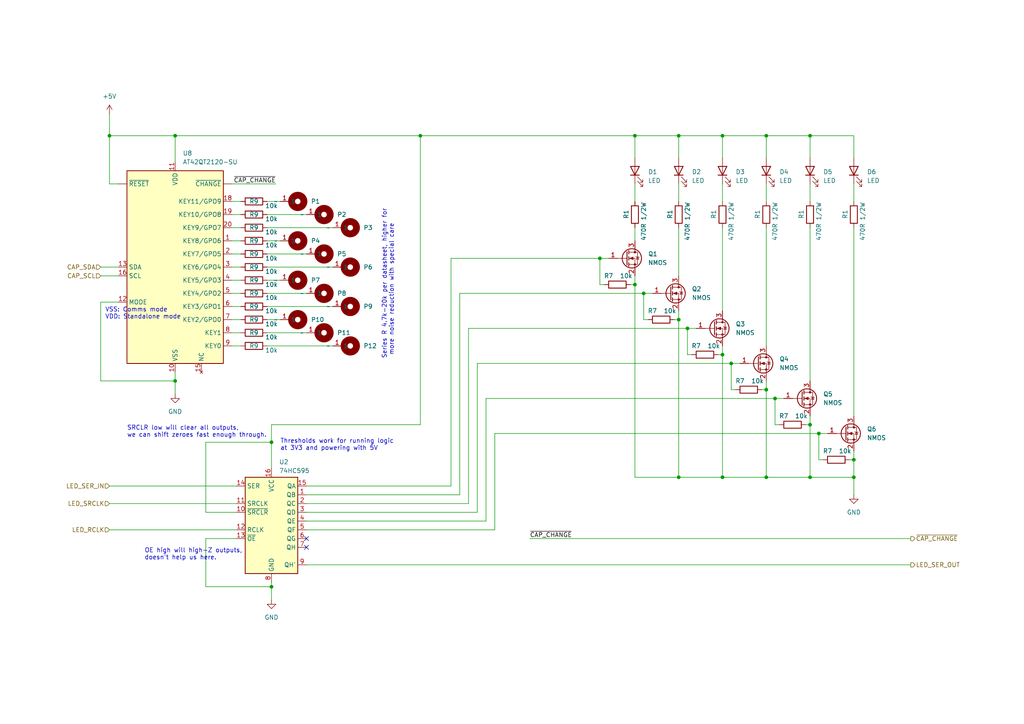
<source format=kicad_sch>
(kicad_sch (version 20230121) (generator eeschema)
  (paper "A4")
  (lib_symbols
    (symbol "74xx:74HC595"
      (property "Reference" "U" (at -7.62 13.97 0))
      (property "Value" "74HC595" (at -7.62 -16.51 0))
      (symbol "74HC595_1_0"
        (pin tri_state line (at 10.16 7.62 180) (length 2.54) (name "QB") (number "1"))
        (pin input line (at -10.16 2.54 0) (length 2.54) (name "~{SRCLR}") (number "10"))
        (pin input line (at -10.16 5.08 0) (length 2.54) (name "SRCLK") (number "11"))
        (pin input line (at -10.16 -2.54 0) (length 2.54) (name "RCLK") (number "12"))
        (pin input line (at -10.16 -5.08 0) (length 2.54) (name "~{OE}") (number "13"))
        (pin input line (at -10.16 10.16 0) (length 2.54) (name "SER") (number "14"))
        (pin tri_state line (at 10.16 10.16 180) (length 2.54) (name "QA") (number "15"))
        (pin power_in line (at 0 15.24 270) (length 2.54) (name "VCC") (number "16"))
        (pin tri_state line (at 10.16 5.08 180) (length 2.54) (name "QC") (number "2"))
        (pin tri_state line (at 10.16 2.54 180) (length 2.54) (name "QD") (number "3"))
        (pin tri_state line (at 10.16 0 180) (length 2.54) (name "QE") (number "4"))
        (pin tri_state line (at 10.16 -2.54 180) (length 2.54) (name "QF") (number "5"))
        (pin tri_state line (at 10.16 -5.08 180) (length 2.54) (name "QG") (number "6"))
        (pin tri_state line (at 10.16 -7.62 180) (length 2.54) (name "QH") (number "7"))
        (pin power_in line (at 0 -17.78 90) (length 2.54) (name "GND") (number "8"))
        (pin output line (at 10.16 -12.7 180) (length 2.54) (name "QH'") (number "9"))
      )
      (symbol "74HC595_1_1"
        (rectangle (start -7.62 12.7) (end 7.62 -15.24) (stroke (width 0.254)) (fill (type background)))
      )
    )
    (symbol "Device:LED" (pin_numbers hide) (pin_names (offset 1.016) hide)
      (property "Reference" "D" (at 0 2.54 0))
      (property "Value" "LED" (at 0 -2.54 0))
      (symbol "LED_0_1"
        (polyline (pts (xy -1.27 -1.27) (xy -1.27 1.27)) (stroke (width 0.254)))
        (polyline (pts (xy -1.27 0) (xy 1.27 0)))
        (polyline (pts (xy 1.27 -1.27) (xy 1.27 1.27) (xy -1.27 0) (xy 1.27 -1.27)) (stroke (width 0.254)))
        (polyline (pts (xy -3.048 -0.762) (xy -4.572 -2.286) (xy -3.81 -2.286) (xy -4.572 -2.286) (xy -4.572 -1.524)))
        (polyline (pts (xy -1.778 -0.762) (xy -3.302 -2.286) (xy -2.54 -2.286) (xy -3.302 -2.286) (xy -3.302 -1.524)))
      )
      (symbol "LED_1_1"
        (pin passive line (at -3.81 0 0) (length 2.54) (name "K") (number "1"))
        (pin passive line (at 3.81 0 180) (length 2.54) (name "A") (number "2"))
      )
    )
    (symbol "Device:Q_NMOS_GSD" (pin_names (offset 0) hide)
      (property "Reference" "Q" (at 5.08 1.27 0))
      (property "Value" "Q_NMOS_GSD" (at 5.08 -1.27 0))
      (symbol "Q_NMOS_GSD_0_1"
        (polyline (pts (xy 0.254 0) (xy -2.54 0)))
        (polyline (pts (xy 0.254 1.905) (xy 0.254 -1.905)) (stroke (width 0.254)))
        (polyline (pts (xy 0.762 -1.27) (xy 0.762 -2.286)) (stroke (width 0.254)))
        (polyline (pts (xy 0.762 0.508) (xy 0.762 -0.508)) (stroke (width 0.254)))
        (polyline (pts (xy 0.762 2.286) (xy 0.762 1.27)) (stroke (width 0.254)))
        (polyline (pts (xy 2.54 2.54) (xy 2.54 1.778)))
        (polyline (pts (xy 2.54 -2.54) (xy 2.54 0) (xy 0.762 0)))
        (polyline (pts (xy 0.762 -1.778) (xy 3.302 -1.778) (xy 3.302 1.778) (xy 0.762 1.778)))
        (polyline (pts (xy 1.016 0) (xy 2.032 0.381) (xy 2.032 -0.381) (xy 1.016 0)) (fill (type outline)))
        (polyline (pts (xy 2.794 0.508) (xy 2.921 0.381) (xy 3.683 0.381) (xy 3.81 0.254)))
        (polyline (pts (xy 3.302 0.381) (xy 2.921 -0.254) (xy 3.683 -0.254) (xy 3.302 0.381)))
        (circle (center 1.651 0) (radius 2.794) (stroke (width 0.254)))
        (circle (center 2.54 -1.778) (radius 0.254) (fill (type outline)))
        (circle (center 2.54 1.778) (radius 0.254) (fill (type outline)))
      )
      (symbol "Q_NMOS_GSD_1_1"
        (pin input line (at -5.08 0 0) (length 2.54) (name "G") (number "1"))
        (pin passive line (at 2.54 -5.08 90) (length 2.54) (name "S") (number "2"))
        (pin passive line (at 2.54 5.08 270) (length 2.54) (name "D") (number "3"))
      )
    )
    (symbol "Device:R" (pin_numbers hide) (pin_names (offset 0))
      (property "Reference" "R" (at 2.032 0 90))
      (property "Value" "R" (at 0 0 90))
      (symbol "R_0_1"
        (rectangle (start -1.016 -2.54) (end 1.016 2.54) (stroke (width 0.254)))
      )
      (symbol "R_1_1"
        (pin passive line (at 0 3.81 270) (length 1.27) (name "~") (number "1"))
        (pin passive line (at 0 -3.81 90) (length 1.27) (name "~") (number "2"))
      )
    )
    (symbol "Sensor_Touch:AT42QT2120-SU"
      (property "Reference" "U" (at 10.16 38.1 0))
      (property "Value" "AT42QT2120-SU" (at 15.24 -16.51 0))
      (symbol "AT42QT2120-SU_1_1"
        (rectangle (start 13.97 40.64) (end 41.91 -15.24) (stroke (width 0.254)) (fill (type background)))
        (pin output line (at 44.45 36.83 180) (length 2.54) (name "~{CHANGE}") (number ""))
        (pin input line (at 11.43 36.83 0) (length 2.54) (name "~{RESET}") (number ""))
        (pin bidirectional line (at 44.45 20.32 180) (length 2.54) (name "KEY8/GPO6") (number "1"))
        (pin power_in line (at 27.94 -17.78 90) (length 2.54) (name "VSS") (number "10"))
        (pin power_in line (at 27.94 43.18 270) (length 2.54) (name "VDD") (number "11"))
        (pin input line (at 11.43 2.54 0) (length 2.54) (name "MODE") (number "12"))
        (pin bidirectional line (at 11.43 12.7 0) (length 2.54) (name "SDA") (number "13"))
        (pin no_connect line (at 35.56 -17.78 90) (length 2.54) (name "NC") (number "15"))
        (pin bidirectional line (at 11.43 10.16 0) (length 2.54) (name "SCL") (number "16"))
        (pin bidirectional line (at 44.45 31.75 180) (length 2.54) (name "KEY11/GPO9") (number "18"))
        (pin bidirectional line (at 44.45 27.94 180) (length 2.54) (name "KEY10/GPO8") (number "19"))
        (pin bidirectional line (at 44.45 16.51 180) (length 2.54) (name "KEY7/GPO5") (number "2"))
        (pin bidirectional line (at 44.45 24.13 180) (length 2.54) (name "KEY9/GPO7") (number "20"))
        (pin bidirectional line (at 44.45 12.7 180) (length 2.54) (name "KEY6/GPO4") (number "3"))
        (pin bidirectional line (at 44.45 8.89 180) (length 2.54) (name "KEY5/GPO3") (number "4"))
        (pin bidirectional line (at 44.45 5.08 180) (length 2.54) (name "KEY4/GPO2") (number "5"))
        (pin bidirectional line (at 44.45 1.27 180) (length 2.54) (name "KEY3/GPO1") (number "6"))
        (pin bidirectional line (at 44.45 -2.54 180) (length 2.54) (name "KEY2/GPO0") (number "7"))
        (pin bidirectional line (at 44.45 -6.35 180) (length 2.54) (name "KEY1") (number "8"))
        (pin bidirectional line (at 44.45 -10.16 180) (length 2.54) (name "KEY0") (number "9"))
      )
    )
    (symbol "Sensor_Touch:Single_LED_Touch_Key"
      (property "Reference" "P" (at 2.54 3.81 0))
      (symbol "Single_LED_Touch_Key_1_1"
        (circle (center 0 0) (radius 1.7961) (stroke (width 2)))
        (pin bidirectional line (at -5.08 0 0) (length 2.54) (name "1") (number "1"))
      )
    )
    (symbol "power:+5V" (power) (pin_names (offset 0))
      (property "Value" "+5V" (at 0 3.556 0))
      (symbol "+5V_0_1"
        (polyline (pts (xy -0.762 1.27) (xy 0 2.54)))
        (polyline (pts (xy 0 0) (xy 0 2.54)))
        (polyline (pts (xy 0 2.54) (xy 0.762 1.27)))
      )
      (symbol "+5V_1_1"
        (pin power_in line (at 0 0 90) (length 0) hide (name "+5V") (number "1"))
      )
    )
    (symbol "power:GND" (power) (pin_names (offset 0))
      (property "Value" "GND" (at 0 -3.81 0))
      (symbol "GND_0_1"
        (polyline (pts (xy 0 0) (xy 0 -1.27) (xy 1.27 -1.27) (xy 0 -2.54) (xy -1.27 -1.27) (xy 0 -1.27)))
      )
      (symbol "GND_1_1"
        (pin power_in line (at 0 0 270) (length 0) hide (name "GND") (number "1"))
      )
    )
  )
  (junction (at 234.95 138.43))
  (junction (at 196.85 92.71))
  (junction (at 50.8 110.49))
  (junction (at 31.75 39.37))
  (junction (at 209.55 39.37))
  (junction (at 209.55 138.43))
  (junction (at 78.74 128.27))
  (junction (at 50.8 39.37))
  (junction (at 196.85 39.37))
  (junction (at 78.74 170.18))
  (junction (at 186.69 85.09))
  (junction (at 196.85 138.43))
  (junction (at 212.09 105.41))
  (junction (at 222.25 138.43))
  (junction (at 173.99 74.93))
  (junction (at 224.79 115.57))
  (junction (at 184.15 39.37))
  (junction (at 234.95 123.19))
  (junction (at 237.49 125.73))
  (junction (at 222.25 39.37))
  (junction (at 222.25 113.03))
  (junction (at 184.15 82.55))
  (junction (at 199.39 95.25))
  (junction (at 247.65 133.35))
  (junction (at 121.92 39.37))
  (junction (at 234.95 39.37))
  (junction (at 247.65 138.43))
  (junction (at 209.55 102.87))
  (no_connect (at 88.9 158.75))
  (no_connect (at 88.9 156.21))
  (wire (pts (xy 67.31 69.85) (xy 69.85 69.85)))
  (wire (pts (xy 212.09 105.41) (xy 214.63 105.41)))
  (wire (pts (xy 67.31 66.04) (xy 69.85 66.04)))
  (wire (pts (xy 130.81 140.97) (xy 130.81 74.93)))
  (wire (pts (xy 31.75 53.34) (xy 31.75 39.37)))
  (wire (pts (xy 234.95 53.34) (xy 234.95 58.42)))
  (wire (pts (xy 184.15 66.04) (xy 184.15 69.85)))
  (wire (pts (xy 77.47 69.85) (xy 81.28 69.85)))
  (wire (pts (xy 209.55 39.37) (xy 209.55 45.72)))
  (wire (pts (xy 222.25 53.34) (xy 222.25 58.42)))
  (wire (pts (xy 209.55 39.37) (xy 222.25 39.37)))
  (wire (pts (xy 59.69 148.59) (xy 59.69 128.27)))
  (wire (pts (xy 77.47 62.23) (xy 88.9 62.23)))
  (wire (pts (xy 29.21 87.63) (xy 29.21 110.49)))
  (wire (pts (xy 34.29 87.63) (xy 29.21 87.63)))
  (wire (pts (xy 143.51 153.67) (xy 88.9 153.67)))
  (wire (pts (xy 59.69 128.27) (xy 78.74 128.27)))
  (wire (pts (xy 50.8 110.49) (xy 50.8 114.3)))
  (wire (pts (xy 238.76 133.35) (xy 237.49 133.35)))
  (wire (pts (xy 247.65 130.81) (xy 247.65 133.35)))
  (wire (pts (xy 200.66 102.87) (xy 199.39 102.87)))
  (wire (pts (xy 77.47 100.33) (xy 96.52 100.33)))
  (wire (pts (xy 88.9 151.13) (xy 140.97 151.13)))
  (wire (pts (xy 209.55 66.04) (xy 209.55 90.17)))
  (wire (pts (xy 138.43 105.41) (xy 212.09 105.41)))
  (wire (pts (xy 140.97 115.57) (xy 224.79 115.57)))
  (wire (pts (xy 234.95 120.65) (xy 234.95 123.19)))
  (wire (pts (xy 196.85 39.37) (xy 209.55 39.37)))
  (wire (pts (xy 224.79 115.57) (xy 227.33 115.57)))
  (wire (pts (xy 140.97 151.13) (xy 140.97 115.57)))
  (wire (pts (xy 77.47 77.47) (xy 96.52 77.47)))
  (wire (pts (xy 50.8 107.95) (xy 50.8 110.49)))
  (wire (pts (xy 195.58 92.71) (xy 196.85 92.71)))
  (wire (pts (xy 67.31 53.34) (xy 80.01 53.34)))
  (wire (pts (xy 77.47 66.04) (xy 96.52 66.04)))
  (wire (pts (xy 184.15 53.34) (xy 184.15 58.42)))
  (wire (pts (xy 222.25 113.03) (xy 222.25 138.43)))
  (wire (pts (xy 184.15 138.43) (xy 196.85 138.43)))
  (wire (pts (xy 173.99 82.55) (xy 173.99 74.93)))
  (wire (pts (xy 208.28 102.87) (xy 209.55 102.87)))
  (wire (pts (xy 77.47 81.28) (xy 81.28 81.28)))
  (wire (pts (xy 182.88 82.55) (xy 184.15 82.55)))
  (wire (pts (xy 247.65 133.35) (xy 247.65 138.43)))
  (wire (pts (xy 209.55 100.33) (xy 209.55 102.87)))
  (wire (pts (xy 184.15 39.37) (xy 184.15 45.72)))
  (wire (pts (xy 246.38 133.35) (xy 247.65 133.35)))
  (wire (pts (xy 67.31 100.33) (xy 69.85 100.33)))
  (wire (pts (xy 175.26 82.55) (xy 173.99 82.55)))
  (wire (pts (xy 68.58 156.21) (xy 59.69 156.21)))
  (wire (pts (xy 199.39 102.87) (xy 199.39 95.25)))
  (wire (pts (xy 153.67 156.21) (xy 264.16 156.21)))
  (wire (pts (xy 196.85 66.04) (xy 196.85 80.01)))
  (wire (pts (xy 184.15 82.55) (xy 184.15 138.43)))
  (wire (pts (xy 224.79 123.19) (xy 224.79 115.57)))
  (wire (pts (xy 234.95 39.37) (xy 234.95 45.72)))
  (wire (pts (xy 67.31 96.52) (xy 69.85 96.52)))
  (wire (pts (xy 138.43 148.59) (xy 88.9 148.59)))
  (wire (pts (xy 50.8 39.37) (xy 121.92 39.37)))
  (wire (pts (xy 247.65 66.04) (xy 247.65 120.65)))
  (wire (pts (xy 184.15 80.01) (xy 184.15 82.55)))
  (wire (pts (xy 67.31 81.28) (xy 69.85 81.28)))
  (wire (pts (xy 67.31 77.47) (xy 69.85 77.47)))
  (wire (pts (xy 233.68 123.19) (xy 234.95 123.19)))
  (wire (pts (xy 121.92 39.37) (xy 184.15 39.37)))
  (wire (pts (xy 31.75 153.67) (xy 68.58 153.67)))
  (wire (pts (xy 77.47 88.9) (xy 96.52 88.9)))
  (wire (pts (xy 78.74 123.19) (xy 78.74 128.27)))
  (wire (pts (xy 237.49 133.35) (xy 237.49 125.73)))
  (wire (pts (xy 234.95 39.37) (xy 247.65 39.37)))
  (wire (pts (xy 77.47 58.42) (xy 81.28 58.42)))
  (wire (pts (xy 34.29 53.34) (xy 31.75 53.34)))
  (wire (pts (xy 196.85 92.71) (xy 196.85 138.43)))
  (wire (pts (xy 135.89 146.05) (xy 135.89 95.25)))
  (wire (pts (xy 78.74 170.18) (xy 78.74 173.99)))
  (wire (pts (xy 77.47 85.09) (xy 88.9 85.09)))
  (wire (pts (xy 186.69 85.09) (xy 189.23 85.09)))
  (wire (pts (xy 121.92 123.19) (xy 78.74 123.19)))
  (wire (pts (xy 88.9 163.83) (xy 264.16 163.83)))
  (wire (pts (xy 209.55 53.34) (xy 209.55 58.42)))
  (wire (pts (xy 234.95 123.19) (xy 234.95 138.43)))
  (wire (pts (xy 173.99 74.93) (xy 176.53 74.93)))
  (wire (pts (xy 133.35 85.09) (xy 133.35 143.51)))
  (wire (pts (xy 199.39 95.25) (xy 201.93 95.25)))
  (wire (pts (xy 67.31 62.23) (xy 69.85 62.23)))
  (wire (pts (xy 209.55 102.87) (xy 209.55 138.43)))
  (wire (pts (xy 226.06 123.19) (xy 224.79 123.19)))
  (wire (pts (xy 222.25 39.37) (xy 234.95 39.37)))
  (wire (pts (xy 135.89 95.25) (xy 199.39 95.25)))
  (wire (pts (xy 67.31 88.9) (xy 69.85 88.9)))
  (wire (pts (xy 67.31 73.66) (xy 69.85 73.66)))
  (wire (pts (xy 186.69 92.71) (xy 186.69 85.09)))
  (wire (pts (xy 220.98 113.03) (xy 222.25 113.03)))
  (wire (pts (xy 130.81 74.93) (xy 173.99 74.93)))
  (wire (pts (xy 67.31 85.09) (xy 69.85 85.09)))
  (wire (pts (xy 77.47 92.71) (xy 81.28 92.71)))
  (wire (pts (xy 196.85 39.37) (xy 196.85 45.72)))
  (wire (pts (xy 222.25 110.49) (xy 222.25 113.03)))
  (wire (pts (xy 184.15 39.37) (xy 196.85 39.37)))
  (wire (pts (xy 88.9 146.05) (xy 135.89 146.05)))
  (wire (pts (xy 31.75 140.97) (xy 68.58 140.97)))
  (wire (pts (xy 196.85 138.43) (xy 209.55 138.43)))
  (wire (pts (xy 29.21 80.01) (xy 34.29 80.01)))
  (wire (pts (xy 31.75 33.02) (xy 31.75 39.37)))
  (wire (pts (xy 138.43 105.41) (xy 138.43 148.59)))
  (wire (pts (xy 222.25 39.37) (xy 222.25 45.72)))
  (wire (pts (xy 247.65 143.51) (xy 247.65 138.43)))
  (wire (pts (xy 29.21 77.47) (xy 34.29 77.47)))
  (wire (pts (xy 196.85 90.17) (xy 196.85 92.71)))
  (wire (pts (xy 78.74 168.91) (xy 78.74 170.18)))
  (wire (pts (xy 59.69 156.21) (xy 59.69 170.18)))
  (wire (pts (xy 234.95 66.04) (xy 234.95 110.49)))
  (wire (pts (xy 133.35 143.51) (xy 88.9 143.51)))
  (wire (pts (xy 133.35 85.09) (xy 186.69 85.09)))
  (wire (pts (xy 196.85 53.34) (xy 196.85 58.42)))
  (wire (pts (xy 31.75 146.05) (xy 68.58 146.05)))
  (wire (pts (xy 29.21 110.49) (xy 50.8 110.49)))
  (wire (pts (xy 247.65 39.37) (xy 247.65 45.72)))
  (wire (pts (xy 143.51 125.73) (xy 237.49 125.73)))
  (wire (pts (xy 59.69 170.18) (xy 78.74 170.18)))
  (wire (pts (xy 77.47 96.52) (xy 88.9 96.52)))
  (wire (pts (xy 143.51 125.73) (xy 143.51 153.67)))
  (wire (pts (xy 67.31 58.42) (xy 69.85 58.42)))
  (wire (pts (xy 222.25 138.43) (xy 234.95 138.43)))
  (wire (pts (xy 68.58 148.59) (xy 59.69 148.59)))
  (wire (pts (xy 31.75 39.37) (xy 50.8 39.37)))
  (wire (pts (xy 121.92 39.37) (xy 121.92 123.19)))
  (wire (pts (xy 213.36 113.03) (xy 212.09 113.03)))
  (wire (pts (xy 78.74 128.27) (xy 78.74 135.89)))
  (wire (pts (xy 212.09 113.03) (xy 212.09 105.41)))
  (wire (pts (xy 77.47 73.66) (xy 88.9 73.66)))
  (wire (pts (xy 88.9 140.97) (xy 130.81 140.97)))
  (wire (pts (xy 187.96 92.71) (xy 186.69 92.71)))
  (wire (pts (xy 222.25 66.04) (xy 222.25 100.33)))
  (wire (pts (xy 50.8 46.99) (xy 50.8 39.37)))
  (wire (pts (xy 209.55 138.43) (xy 222.25 138.43)))
  (wire (pts (xy 247.65 53.34) (xy 247.65 58.42)))
  (wire (pts (xy 67.31 92.71) (xy 69.85 92.71)))
  (wire (pts (xy 234.95 138.43) (xy 247.65 138.43)))
  (wire (pts (xy 237.49 125.73) (xy 240.03 125.73)))
  (text "SRCLR low will clear all outputs,\nwe can shift zeroes fast enough through." (at 36.83 127 0) (effects (font (size 1.27 1.27)) (justify left bottom)))
  (text "OE high will high-Z outputs,\ndoesn't help us here." (at 41.91 162.56 0) (effects (font (size 1.27 1.27)) (justify left bottom)))
  (text "Thresholds work for running logic\nat 3V3 and powering with 5V" (at 81.28 130.81 0) (effects (font (size 1.27 1.27)) (justify left bottom)))
  (text "Series R 4.7k-20k per datasheet, higher for\n more noise reduction with special care" (at 114.3 104.14 90) (effects (font (size 1.27 1.27)) (justify left bottom)))
  (text "VSS: Comms mode\nVDD: Standalone mode" (at 30.48 92.71 0) (effects (font (size 1.27 1.27)) (justify left bottom)))
  (label "~{CAP_CHANGE}" (at 153.67 156.21 0))
  (label "~{CAP_CHANGE}" (at 80.01 53.34 180))
  (hierarchical_label "CAP_SCL" (shape input) (at 29.21 80.01 180))
  (hierarchical_label "CAP_SDA" (shape input) (at 29.21 77.47 180))
  (hierarchical_label "LED_SER_IN" (shape input) (at 31.75 140.97 180))
  (hierarchical_label "LED_RCLK" (shape input) (at 31.75 153.67 180))
  (hierarchical_label "LED_SER_OUT" (shape output) (at 264.16 163.83 0))
  (hierarchical_label "LED_SRCLK" (shape input) (at 31.75 146.05 180))
  (hierarchical_label "~{CAP_CHANGE}" (shape output) (at 264.16 156.21 0))
  (symbol (lib_id "Device:R") (at 247.65 62.23 0) (unit 1)
    (property "Reference" "R1" (at 245.11 63.5 90) (effects (justify left)))
    (property "Value" "470R 1/2W" (at 250.19 69.85 90) (effects (justify left)))
    (property "Footprint" "Resistor_SMD:R_1206_3216Metric" (effects hide))
    (property "MPN" "ERJ-P08J471V" (effects hide))
    (property "Link" "https://www.digikey.de/en/products/detail/panasonic-electronic-components/ERJ-P08J471V/525396" (effects hide))
    (instances (project "button-board" (path "" (reference "R1") (unit 1)) (path "" (reference "R21") (unit 1)) (path "" (reference "R41") (unit 1)) (path "" (reference "R3") (unit 1))))
  )
  (symbol (lib_id "Device:Q_NMOS_GSD") (at 207.01 95.25 0) (unit 1)
    (property "Reference" "Q3" (at 213.36 93.98 0) (effects (justify left)))
    (property "Value" "NMOS" (at 213.36 96.52 0) (effects (justify left)))
    (property "Footprint" "Package_TO_SOT_SMD:TSOT-23" (effects hide))
    (property "Link" "https://www.digikey.de/en/products/detail/anbon-semiconductor-int-l-limited/AS2302/16708469" (effects hide))
    (property "MPN" "AS2302" (effects hide))
    (instances (project "button-board" (path "" (reference "Q3") (unit 1)) (path "" (reference "Q3") (unit 1)) (path "" (reference "Q9") (unit 1)) (path "" (reference "Q15") (unit 1))))
  )
  (symbol (lib_id "Device:LED") (at 184.15 49.53 90) (unit 1)
    (property "Reference" "D1" (at 187.96 49.8475 90) (effects (justify right)))
    (property "Value" "LED" (at 187.96 52.3875 90) (effects (justify right)))
    (property "Footprint" "LED_SMD:LED_SunLED_XZ_Reverse_Mount" (effects hide))
    (instances (project "button-board" (path "" (reference "D1") (unit 1)) (path "" (reference "D1") (unit 1)) (path "" (reference "D7") (unit 1)) (path "" (reference "D13") (unit 1))))
  )
  (symbol (lib_id "Device:R") (at 184.15 62.23 0) (unit 1)
    (property "Reference" "R1" (at 181.61 63.5 90) (effects (justify left)))
    (property "Value" "470R 1/2W" (at 186.69 69.85 90) (effects (justify left)))
    (property "Footprint" "Resistor_SMD:R_1206_3216Metric" (effects hide))
    (property "MPN" "ERJ-P08J471V" (effects hide))
    (property "Link" "https://www.digikey.de/en/products/detail/panasonic-electronic-components/ERJ-P08J471V/525396" (effects hide))
    (instances (project "button-board" (path "" (reference "R1") (unit 1)) (path "" (reference "R21") (unit 1)) (path "" (reference "R36") (unit 1)) (path "" (reference "R3") (unit 1))))
  )
  (symbol (lib_id "Sensor_Touch:Single_LED_Touch_Key") (at 86.36 81.28 0) (unit 1)
    (property "Reference" "P7" (at 90.17 81.28 0) (effects (justify left)))
    (property "Value" "~" (at 80.01 81.28 0))
    (property "Footprint" "Button_Switch_SMD:Cap_Touch_Ring_Large" (effects hide))
    (instances (project "button-board" (path "" (reference "P7") (unit 1)) (path "" (reference "P19") (unit 1)) (path "" (reference "P31") (unit 1))))
  )
  (symbol (lib_id "Device:R") (at 73.66 62.23 90) (unit 1)
    (property "Reference" "R9" (at 73.66 62.23 90))
    (property "Value" "10k" (at 78.74 63.5 90))
    (property "Footprint" "Resistor_SMD:R_0603_1608Metric" (effects hide))
    (instances (project "button-board" (path "" (reference "R9") (unit 1)) (path "" (reference "R101") (unit 1)) (path "" (reference "R6") (unit 1)) (path "" (reference "R33") (unit 1))))
  )
  (symbol (lib_id "Device:R") (at 204.47 102.87 90) (unit 1)
    (property "Reference" "R7" (at 201.93 100.33 90))
    (property "Value" "10k" (at 207.01 100.33 90))
    (property "Footprint" "Resistor_SMD:R_0603_1608Metric" (effects hide))
    (instances (project "button-board" (path "" (reference "R7") (unit 1)) (path "" (reference "R19") (unit 1)) (path "" (reference "R24") (unit 1)) (path "" (reference "R56") (unit 1))))
  )
  (symbol (lib_id "Device:R") (at 73.66 66.04 90) (unit 1)
    (property "Reference" "R9" (at 73.66 66.04 90))
    (property "Value" "10k" (at 78.74 67.31 90))
    (property "Footprint" "Resistor_SMD:R_0603_1608Metric" (effects hide))
    (instances (project "button-board" (path "" (reference "R9") (unit 1)) (path "" (reference "R119") (unit 1)) (path "" (reference "R7") (unit 1)) (path "" (reference "R42") (unit 1))))
  )
  (symbol (lib_id "Sensor_Touch:Single_LED_Touch_Key") (at 93.98 62.23 0) (unit 1)
    (property "Reference" "P2" (at 97.79 62.23 0) (effects (justify left)))
    (property "Value" "~" (at 87.63 62.23 0))
    (property "Footprint" "Button_Switch_SMD:Cap_Touch_Ring_Large" (effects hide))
    (instances (project "button-board" (path "" (reference "P2") (unit 1)) (path "" (reference "P14") (unit 1)) (path "" (reference "P26") (unit 1))))
  )
  (symbol (lib_id "Sensor_Touch:Single_LED_Touch_Key") (at 93.98 96.52 0) (unit 1)
    (property "Reference" "P11" (at 97.79 96.52 0) (effects (justify left)))
    (property "Value" "~" (at 87.63 96.52 0))
    (property "Footprint" "Button_Switch_SMD:Cap_Touch_Ring_Large" (effects hide))
    (instances (project "button-board" (path "" (reference "P11") (unit 1)) (path "" (reference "P23") (unit 1)) (path "" (reference "P35") (unit 1))))
  )
  (symbol (lib_id "Device:R") (at 73.66 58.42 90) (unit 1)
    (property "Reference" "R9" (at 73.66 58.42 90))
    (property "Value" "10k" (at 78.74 59.69 90))
    (property "Footprint" "Resistor_SMD:R_0603_1608Metric" (effects hide))
    (instances (project "button-board" (path "" (reference "R9") (unit 1)) (path "" (reference "R73") (unit 1)) (path "" (reference "R5") (unit 1)) (path "" (reference "R32") (unit 1))))
  )
  (symbol (lib_id "Sensor_Touch:Single_LED_Touch_Key") (at 101.6 66.04 0) (unit 1)
    (property "Reference" "P3" (at 105.41 66.04 0) (effects (justify left)))
    (property "Value" "~" (at 95.25 66.04 0))
    (property "Footprint" "Button_Switch_SMD:Cap_Touch_Ring_Large" (effects hide))
    (instances (project "button-board" (path "" (reference "P3") (unit 1)) (path "" (reference "P15") (unit 1)) (path "" (reference "P27") (unit 1))))
  )
  (symbol (lib_id "Sensor_Touch:Single_LED_Touch_Key") (at 101.6 88.9 0) (unit 1)
    (property "Reference" "P9" (at 105.41 88.9 0) (effects (justify left)))
    (property "Value" "~" (at 95.25 88.9 0))
    (property "Footprint" "Button_Switch_SMD:Cap_Touch_Ring_Large" (effects hide))
    (instances (project "button-board" (path "" (reference "P9") (unit 1)) (path "" (reference "P21") (unit 1)) (path "" (reference "P33") (unit 1))))
  )
  (symbol (lib_id "Device:R") (at 73.66 88.9 90) (unit 1)
    (property "Reference" "R9" (at 73.66 88.9 90))
    (property "Value" "10k" (at 78.74 90.17 90))
    (property "Footprint" "Resistor_SMD:R_0603_1608Metric" (effects hide))
    (instances (project "button-board" (path "" (reference "R9") (unit 1)) (path "" (reference "R133") (unit 1)) (path "" (reference "R14") (unit 1)) (path "" (reference "R51") (unit 1))))
  )
  (symbol (lib_id "Sensor_Touch:Single_LED_Touch_Key") (at 86.36 92.71 0) (unit 1)
    (property "Reference" "P10" (at 90.17 92.71 0) (effects (justify left)))
    (property "Value" "~" (at 80.01 92.71 0))
    (property "Footprint" "Button_Switch_SMD:Cap_Touch_Ring_Large" (effects hide))
    (instances (project "button-board" (path "" (reference "P10") (unit 1)) (path "" (reference "P22") (unit 1)) (path "" (reference "P34") (unit 1))))
  )
  (symbol (lib_id "Sensor_Touch:Single_LED_Touch_Key") (at 86.36 58.42 0) (unit 1)
    (property "Reference" "P1" (at 90.17 58.42 0) (effects (justify left)))
    (property "Value" "~" (at 80.01 58.42 0))
    (property "Footprint" "Button_Switch_SMD:Cap_Touch_Ring_Large" (effects hide))
    (instances (project "button-board" (path "" (reference "P1") (unit 1)) (path "" (reference "P13") (unit 1)) (path "" (reference "P25") (unit 1))))
  )
  (symbol (lib_id "Sensor_Touch:AT42QT2120-SU") (at 22.86 90.17 0) (unit 1)
    (property "Reference" "U8" (at 52.9941 44.45 0) (effects (justify left)))
    (property "Value" "AT42QT2120-SU" (at 52.9941 46.99 0) (effects (justify left)))
    (property "Footprint" "Package_SO:TSSOP-20_4.4x6.5mm_P0.65mm" (effects hide))
    (instances (project "button-board" (path "" (reference "U8") (unit 1)) (path "" (reference "U2") (unit 1)) (path "" (reference "U3") (unit 1)) (path "" (reference "U5") (unit 1))))
  )
  (symbol (lib_id "Device:R") (at 222.25 62.23 0) (unit 1)
    (property "Reference" "R1" (at 219.71 63.5 90) (effects (justify left)))
    (property "Value" "470R 1/2W" (at 224.79 69.85 90) (effects (justify left)))
    (property "Footprint" "Resistor_SMD:R_1206_3216Metric" (effects hide))
    (property "MPN" "ERJ-P08J471V" (effects hide))
    (property "Link" "https://www.digikey.de/en/products/detail/panasonic-electronic-components/ERJ-P08J471V/525396" (effects hide))
    (instances (project "button-board" (path "" (reference "R1") (unit 1)) (path "" (reference "R21") (unit 1)) (path "" (reference "R39") (unit 1)) (path "" (reference "R3") (unit 1))))
  )
  (symbol (lib_id "Device:Q_NMOS_GSD") (at 232.41 115.57 0) (unit 1)
    (property "Reference" "Q5" (at 238.76 114.3 0) (effects (justify left)))
    (property "Value" "NMOS" (at 238.76 116.84 0) (effects (justify left)))
    (property "Footprint" "Package_TO_SOT_SMD:TSOT-23" (effects hide))
    (property "Link" "https://www.digikey.de/en/products/detail/anbon-semiconductor-int-l-limited/AS2302/16708469" (effects hide))
    (property "MPN" "AS2302" (effects hide))
    (instances (project "button-board" (path "" (reference "Q5") (unit 1)) (path "" (reference "Q5") (unit 1)) (path "" (reference "Q11") (unit 1)) (path "" (reference "Q17") (unit 1))))
  )
  (symbol (lib_id "Device:R") (at 73.66 73.66 90) (unit 1)
    (property "Reference" "R9" (at 73.66 73.66 90))
    (property "Value" "10k" (at 78.74 74.93 90))
    (property "Footprint" "Resistor_SMD:R_0603_1608Metric" (effects hide))
    (instances (project "button-board" (path "" (reference "R9") (unit 1)) (path "" (reference "R108") (unit 1)) (path "" (reference "R9") (unit 1)) (path "" (reference "R44") (unit 1))))
  )
  (symbol (lib_id "power:+5V") (at 31.75 33.02 0) (unit 1)
    (property "Reference" "#PWR03" (effects hide))
    (property "Value" "+5V" (at 31.75 27.94 0))
    (instances (project "button-board" (path "" (reference "#PWR03") (unit 1)) (path "" (reference "#PWR03") (unit 1)) (path "" (reference "#PWR06") (unit 1)) (path "" (reference "#PWR010") (unit 1))))
  )
  (symbol (lib_id "Device:R") (at 73.66 81.28 90) (unit 1)
    (property "Reference" "R9" (at 73.66 81.28 90))
    (property "Value" "10k" (at 78.74 82.55 90))
    (property "Footprint" "Resistor_SMD:R_0603_1608Metric" (effects hide))
    (instances (project "button-board" (path "" (reference "R9") (unit 1)) (path "" (reference "R131") (unit 1)) (path "" (reference "R11") (unit 1)) (path "" (reference "R46") (unit 1))))
  )
  (symbol (lib_id "power:GND") (at 78.74 173.99 0) (unit 1)
    (property "Reference" "#PWR021" (effects hide))
    (property "Value" "GND" (at 78.74 179.07 0))
    (instances (project "button-board" (path "" (reference "#PWR021") (unit 1)) (path "" (reference "#PWR08") (unit 1)) (path "" (reference "#PWR013") (unit 1))))
  )
  (symbol (lib_id "power:GND") (at 50.8 114.3 0) (unit 1)
    (property "Reference" "#PWR015" (effects hide))
    (property "Value" "GND" (at 50.8 119.38 0))
    (instances (project "button-board" (path "" (reference "#PWR015") (unit 1)) (path "" (reference "#PWR07") (unit 1)) (path "" (reference "#PWR011") (unit 1))))
  )
  (symbol (lib_id "Device:R") (at 242.57 133.35 90) (unit 1)
    (property "Reference" "R7" (at 240.03 130.81 90))
    (property "Value" "10k" (at 245.11 130.81 90))
    (property "Footprint" "Resistor_SMD:R_0603_1608Metric" (effects hide))
    (instances (project "button-board" (path "" (reference "R7") (unit 1)) (path "" (reference "R64") (unit 1)) (path "" (reference "R30") (unit 1)) (path "" (reference "R59") (unit 1))))
  )
  (symbol (lib_id "Device:Q_NMOS_GSD") (at 181.61 74.93 0) (unit 1)
    (property "Reference" "Q1" (at 187.96 73.66 0) (effects (justify left)))
    (property "Value" "NMOS" (at 187.96 76.2 0) (effects (justify left)))
    (property "Footprint" "Package_TO_SOT_SMD:TSOT-23" (effects hide))
    (property "Link" "https://www.digikey.de/en/products/detail/anbon-semiconductor-int-l-limited/AS2302/16708469" (effects hide))
    (property "MPN" "AS2302" (effects hide))
    (instances (project "button-board" (path "" (reference "Q1") (unit 1)) (path "" (reference "Q1") (unit 1)) (path "" (reference "Q7") (unit 1)) (path "" (reference "Q13") (unit 1))))
  )
  (symbol (lib_id "Device:Q_NMOS_GSD") (at 245.11 125.73 0) (unit 1)
    (property "Reference" "Q6" (at 251.46 124.46 0) (effects (justify left)))
    (property "Value" "NMOS" (at 251.46 127 0) (effects (justify left)))
    (property "Footprint" "Package_TO_SOT_SMD:TSOT-23" (effects hide))
    (property "Link" "https://www.digikey.de/en/products/detail/anbon-semiconductor-int-l-limited/AS2302/16708469" (effects hide))
    (property "MPN" "AS2302" (effects hide))
    (instances (project "button-board" (path "" (reference "Q6") (unit 1)) (path "" (reference "Q6") (unit 1)) (path "" (reference "Q12") (unit 1)) (path "" (reference "Q18") (unit 1))))
  )
  (symbol (lib_id "Device:Q_NMOS_GSD") (at 219.71 105.41 0) (unit 1)
    (property "Reference" "Q4" (at 226.06 104.14 0) (effects (justify left)))
    (property "Value" "NMOS" (at 226.06 106.68 0) (effects (justify left)))
    (property "Footprint" "Package_TO_SOT_SMD:TSOT-23" (effects hide))
    (property "Link" "https://www.digikey.de/en/products/detail/anbon-semiconductor-int-l-limited/AS2302/16708469" (effects hide))
    (property "MPN" "AS2302" (effects hide))
    (instances (project "button-board" (path "" (reference "Q4") (unit 1)) (path "" (reference "Q4") (unit 1)) (path "" (reference "Q10") (unit 1)) (path "" (reference "Q16") (unit 1))))
  )
  (symbol (lib_id "Device:R") (at 209.55 62.23 0) (unit 1)
    (property "Reference" "R1" (at 207.01 63.5 90) (effects (justify left)))
    (property "Value" "470R 1/2W" (at 212.09 69.85 90) (effects (justify left)))
    (property "Footprint" "Resistor_SMD:R_1206_3216Metric" (effects hide))
    (property "MPN" "ERJ-P08J471V" (effects hide))
    (property "Link" "https://www.digikey.de/en/products/detail/panasonic-electronic-components/ERJ-P08J471V/525396" (effects hide))
    (instances (project "button-board" (path "" (reference "R1") (unit 1)) (path "" (reference "R21") (unit 1)) (path "" (reference "R38") (unit 1)) (path "" (reference "R3") (unit 1))))
  )
  (symbol (lib_id "Sensor_Touch:Single_LED_Touch_Key") (at 101.6 100.33 0) (unit 1)
    (property "Reference" "P12" (at 105.41 100.33 0) (effects (justify left)))
    (property "Value" "~" (at 95.25 100.33 0))
    (property "Footprint" "Button_Switch_SMD:Cap_Touch_Ring_Large" (effects hide))
    (instances (project "button-board" (path "" (reference "P12") (unit 1)) (path "" (reference "P24") (unit 1)) (path "" (reference "P36") (unit 1))))
  )
  (symbol (lib_id "Device:R") (at 73.66 92.71 90) (unit 1)
    (property "Reference" "R9" (at 73.66 92.71 90))
    (property "Value" "10k" (at 78.74 93.98 90))
    (property "Footprint" "Resistor_SMD:R_0603_1608Metric" (effects hide))
    (instances (project "button-board" (path "" (reference "R9") (unit 1)) (path "" (reference "R149") (unit 1)) (path "" (reference "R15") (unit 1)) (path "" (reference "R52") (unit 1))))
  )
  (symbol (lib_id "Device:R") (at 191.77 92.71 90) (unit 1)
    (property "Reference" "R7" (at 189.23 90.17 90))
    (property "Value" "10k" (at 194.31 90.17 90))
    (property "Footprint" "Resistor_SMD:R_0603_1608Metric" (effects hide))
    (instances (project "button-board" (path "" (reference "R7") (unit 1)) (path "" (reference "R3") (unit 1)) (path "" (reference "R22") (unit 1)) (path "" (reference "R53") (unit 1))))
  )
  (symbol (lib_id "Device:LED") (at 209.55 49.53 90) (unit 1)
    (property "Reference" "D3" (at 213.36 49.8475 90) (effects (justify right)))
    (property "Value" "LED" (at 213.36 52.3875 90) (effects (justify right)))
    (property "Footprint" "LED_SMD:LED_SunLED_XZ_Reverse_Mount" (effects hide))
    (instances (project "button-board" (path "" (reference "D3") (unit 1)) (path "" (reference "D3") (unit 1)) (path "" (reference "D9") (unit 1)) (path "" (reference "D15") (unit 1))))
  )
  (symbol (lib_id "Device:R") (at 73.66 69.85 90) (unit 1)
    (property "Reference" "R9" (at 73.66 69.85 90))
    (property "Value" "10k" (at 78.74 71.12 90))
    (property "Footprint" "Resistor_SMD:R_0603_1608Metric" (effects hide))
    (instances (project "button-board" (path "" (reference "R9") (unit 1)) (path "" (reference "R107") (unit 1)) (path "" (reference "R8") (unit 1)) (path "" (reference "R43") (unit 1))))
  )
  (symbol (lib_id "Device:R") (at 196.85 62.23 0) (unit 1)
    (property "Reference" "R1" (at 194.31 63.5 90) (effects (justify left)))
    (property "Value" "470R 1/2W" (at 199.39 69.85 90) (effects (justify left)))
    (property "Footprint" "Resistor_SMD:R_1206_3216Metric" (effects hide))
    (property "MPN" "ERJ-P08J471V" (effects hide))
    (property "Link" "https://www.digikey.de/en/products/detail/panasonic-electronic-components/ERJ-P08J471V/525396" (effects hide))
    (instances (project "button-board" (path "" (reference "R1") (unit 1)) (path "" (reference "R21") (unit 1)) (path "" (reference "R37") (unit 1)) (path "" (reference "R3") (unit 1))))
  )
  (symbol (lib_id "Device:R") (at 179.07 82.55 90) (unit 1)
    (property "Reference" "R7" (at 176.53 80.01 90))
    (property "Value" "10k" (at 181.61 80.01 90))
    (property "Footprint" "Resistor_SMD:R_0603_1608Metric" (effects hide))
    (instances (project "button-board" (path "" (reference "R7") (unit 1)) (path "" (reference "R1") (unit 1)) (path "" (reference "R18") (unit 1)) (path "" (reference "R47") (unit 1))))
  )
  (symbol (lib_id "Device:R") (at 229.87 123.19 90) (unit 1)
    (property "Reference" "R7" (at 227.33 120.65 90))
    (property "Value" "10k" (at 232.41 120.65 90))
    (property "Footprint" "Resistor_SMD:R_0603_1608Metric" (effects hide))
    (instances (project "button-board" (path "" (reference "R7") (unit 1)) (path "" (reference "R49") (unit 1)) (path "" (reference "R28") (unit 1)) (path "" (reference "R58") (unit 1))))
  )
  (symbol (lib_id "Device:R") (at 73.66 85.09 90) (unit 1)
    (property "Reference" "R9" (at 73.66 85.09 90))
    (property "Value" "10k" (at 78.74 86.36 90))
    (property "Footprint" "Resistor_SMD:R_0603_1608Metric" (effects hide))
    (instances (project "button-board" (path "" (reference "R9") (unit 1)) (path "" (reference "R132") (unit 1)) (path "" (reference "R12") (unit 1)) (path "" (reference "R48") (unit 1))))
  )
  (symbol (lib_id "Device:R") (at 73.66 96.52 90) (unit 1)
    (property "Reference" "R9" (at 73.66 96.52 90))
    (property "Value" "10k" (at 78.74 97.79 90))
    (property "Footprint" "Resistor_SMD:R_0603_1608Metric" (effects hide))
    (instances (project "button-board" (path "" (reference "R9") (unit 1)) (path "" (reference "R150") (unit 1)) (path "" (reference "R16") (unit 1)) (path "" (reference "R54") (unit 1))))
  )
  (symbol (lib_id "Device:R") (at 234.95 62.23 0) (unit 1)
    (property "Reference" "R1" (at 232.41 63.5 90) (effects (justify left)))
    (property "Value" "470R 1/2W" (at 237.49 69.85 90) (effects (justify left)))
    (property "Footprint" "Resistor_SMD:R_1206_3216Metric" (effects hide))
    (property "MPN" "ERJ-P08J471V" (effects hide))
    (property "Link" "https://www.digikey.de/en/products/detail/panasonic-electronic-components/ERJ-P08J471V/525396" (effects hide))
    (instances (project "button-board" (path "" (reference "R1") (unit 1)) (path "" (reference "R21") (unit 1)) (path "" (reference "R40") (unit 1)) (path "" (reference "R3") (unit 1))))
  )
  (symbol (lib_id "Device:R") (at 217.17 113.03 90) (unit 1)
    (property "Reference" "R7" (at 214.63 110.49 90))
    (property "Value" "10k" (at 219.71 110.49 90))
    (property "Footprint" "Resistor_SMD:R_0603_1608Metric" (effects hide))
    (instances (project "button-board" (path "" (reference "R7") (unit 1)) (path "" (reference "R34") (unit 1)) (path "" (reference "R26") (unit 1)) (path "" (reference "R57") (unit 1))))
  )
  (symbol (lib_id "Sensor_Touch:Single_LED_Touch_Key") (at 93.98 85.09 0) (unit 1)
    (property "Reference" "P8" (at 97.79 85.09 0) (effects (justify left)))
    (property "Value" "~" (at 87.63 85.09 0))
    (property "Footprint" "Button_Switch_SMD:Cap_Touch_Ring_Large" (effects hide))
    (instances (project "button-board" (path "" (reference "P8") (unit 1)) (path "" (reference "P20") (unit 1)) (path "" (reference "P32") (unit 1))))
  )
  (symbol (lib_id "power:GND") (at 247.65 143.51 0) (unit 1)
    (property "Reference" "#PWR04" (effects hide))
    (property "Value" "GND" (at 247.65 148.59 0))
    (instances (project "button-board" (path "" (reference "#PWR04") (unit 1)) (path "" (reference "#PWR04") (unit 1)) (path "" (reference "#PWR09") (unit 1)) (path "" (reference "#PWR012") (unit 1))))
  )
  (symbol (lib_id "Device:LED") (at 234.95 49.53 90) (unit 1)
    (property "Reference" "D5" (at 238.76 49.8475 90) (effects (justify right)))
    (property "Value" "LED" (at 238.76 52.3875 90) (effects (justify right)))
    (property "Footprint" "LED_SMD:LED_SunLED_XZ_Reverse_Mount" (effects hide))
    (instances (project "button-board" (path "" (reference "D5") (unit 1)) (path "" (reference "D5") (unit 1)) (path "" (reference "D11") (unit 1)) (path "" (reference "D17") (unit 1))))
  )
  (symbol (lib_id "Sensor_Touch:Single_LED_Touch_Key") (at 86.36 69.85 0) (unit 1)
    (property "Reference" "P4" (at 90.17 69.85 0) (effects (justify left)))
    (property "Value" "~" (at 80.01 69.85 0))
    (property "Footprint" "Button_Switch_SMD:Cap_Touch_Ring_Large" (effects hide))
    (instances (project "button-board" (path "" (reference "P4") (unit 1)) (path "" (reference "P16") (unit 1)) (path "" (reference "P28") (unit 1))))
  )
  (symbol (lib_id "Device:R") (at 73.66 100.33 90) (unit 1)
    (property "Reference" "R9" (at 73.66 100.33 90))
    (property "Value" "10k" (at 78.74 101.6 90))
    (property "Footprint" "Resistor_SMD:R_0603_1608Metric" (effects hide))
    (instances (project "button-board" (path "" (reference "R9") (unit 1)) (path "" (reference "R151") (unit 1)) (path "" (reference "R17") (unit 1)) (path "" (reference "R55") (unit 1))))
  )
  (symbol (lib_id "Sensor_Touch:Single_LED_Touch_Key") (at 93.98 73.66 0) (unit 1)
    (property "Reference" "P5" (at 97.79 73.66 0) (effects (justify left)))
    (property "Value" "~" (at 87.63 73.66 0))
    (property "Footprint" "Button_Switch_SMD:Cap_Touch_Ring_Large" (effects hide))
    (instances (project "button-board" (path "" (reference "P5") (unit 1)) (path "" (reference "P17") (unit 1)) (path "" (reference "P29") (unit 1))))
  )
  (symbol (lib_id "74xx:74HC595") (at 78.74 151.13 0) (unit 1)
    (property "Reference" "U2" (at 80.9341 133.985 0) (effects (justify left)))
    (property "Value" "74HC595" (at 80.9341 136.525 0) (effects (justify left)))
    (property "Footprint" "Package_SO:TSSOP-16_4.4x5mm_P0.65mm" (effects hide))
    (property "Datasheet" "http://www.ti.com/lit/ds/symlink/sn74hc595.pdf" (effects hide))
    (property "Link" "https://www.digikey.de/en/products/detail/nexperia-usa-inc/74HC595PW-118/946653" (effects hide))
    (property "MPN" "74HC595PW,118" (effects hide))
    (instances (project "button-board" (path "" (reference "U2") (unit 1)) (path "" (reference "U2") (unit 1)) (path "" (reference "U8") (unit 1)) (path "" (reference "U4") (unit 1)) (path "" (reference "U6") (unit 1))))
  )
  (symbol (lib_id "Sensor_Touch:Single_LED_Touch_Key") (at 101.6 77.47 0) (unit 1)
    (property "Reference" "P6" (at 105.41 77.47 0) (effects (justify left)))
    (property "Value" "~" (at 95.25 77.47 0))
    (property "Footprint" "Button_Switch_SMD:Cap_Touch_Ring_Large" (effects hide))
    (instances (project "button-board" (path "" (reference "P6") (unit 1)) (path "" (reference "P18") (unit 1)) (path "" (reference "P30") (unit 1))))
  )
  (symbol (lib_id "Device:LED") (at 222.25 49.53 90) (unit 1)
    (property "Reference" "D4" (at 226.06 49.8475 90) (effects (justify right)))
    (property "Value" "LED" (at 226.06 52.3875 90) (effects (justify right)))
    (property "Footprint" "LED_SMD:LED_SunLED_XZ_Reverse_Mount" (effects hide))
    (instances (project "button-board" (path "" (reference "D4") (unit 1)) (path "" (reference "D4") (unit 1)) (path "" (reference "D10") (unit 1)) (path "" (reference "D16") (unit 1))))
  )
  (symbol (lib_id "Device:LED") (at 196.85 49.53 90) (unit 1)
    (property "Reference" "D2" (at 200.66 49.8475 90) (effects (justify right)))
    (property "Value" "LED" (at 200.66 52.3875 90) (effects (justify right)))
    (property "Footprint" "LED_SMD:LED_SunLED_XZ_Reverse_Mount" (effects hide))
    (instances (project "button-board" (path "" (reference "D2") (unit 1)) (path "" (reference "D2") (unit 1)) (path "" (reference "D8") (unit 1)) (path "" (reference "D14") (unit 1))))
  )
  (symbol (lib_id "Device:Q_NMOS_GSD") (at 194.31 85.09 0) (unit 1)
    (property "Reference" "Q2" (at 200.66 83.82 0) (effects (justify left)))
    (property "Value" "NMOS" (at 200.66 86.36 0) (effects (justify left)))
    (property "Footprint" "Package_TO_SOT_SMD:TSOT-23" (effects hide))
    (property "Link" "https://www.digikey.de/en/products/detail/anbon-semiconductor-int-l-limited/AS2302/16708469" (effects hide))
    (property "MPN" "AS2302" (effects hide))
    (instances (project "button-board" (path "" (reference "Q2") (unit 1)) (path "" (reference "Q2") (unit 1)) (path "" (reference "Q8") (unit 1)) (path "" (reference "Q14") (unit 1))))
  )
  (symbol (lib_id "Device:LED") (at 247.65 49.53 90) (unit 1)
    (property "Reference" "D6" (at 251.46 49.8475 90) (effects (justify right)))
    (property "Value" "LED" (at 251.46 52.3875 90) (effects (justify right)))
    (property "Footprint" "LED_SMD:LED_SunLED_XZ_Reverse_Mount" (effects hide))
    (instances (project "button-board" (path "" (reference "D6") (unit 1)) (path "" (reference "D6") (unit 1)) (path "" (reference "D12") (unit 1)) (path "" (reference "D18") (unit 1))))
  )
  (symbol (lib_id "Device:R") (at 73.66 77.47 90) (unit 1)
    (property "Reference" "R9" (at 73.66 77.47 90))
    (property "Value" "10k" (at 78.74 78.74 90))
    (property "Footprint" "Resistor_SMD:R_0603_1608Metric" (effects hide))
    (instances (project "button-board" (path "" (reference "R9") (unit 1)) (path "" (reference "R109") (unit 1)) (path "" (reference "R10") (unit 1)) (path "" (reference "R45") (unit 1))))
  )
)
</source>
